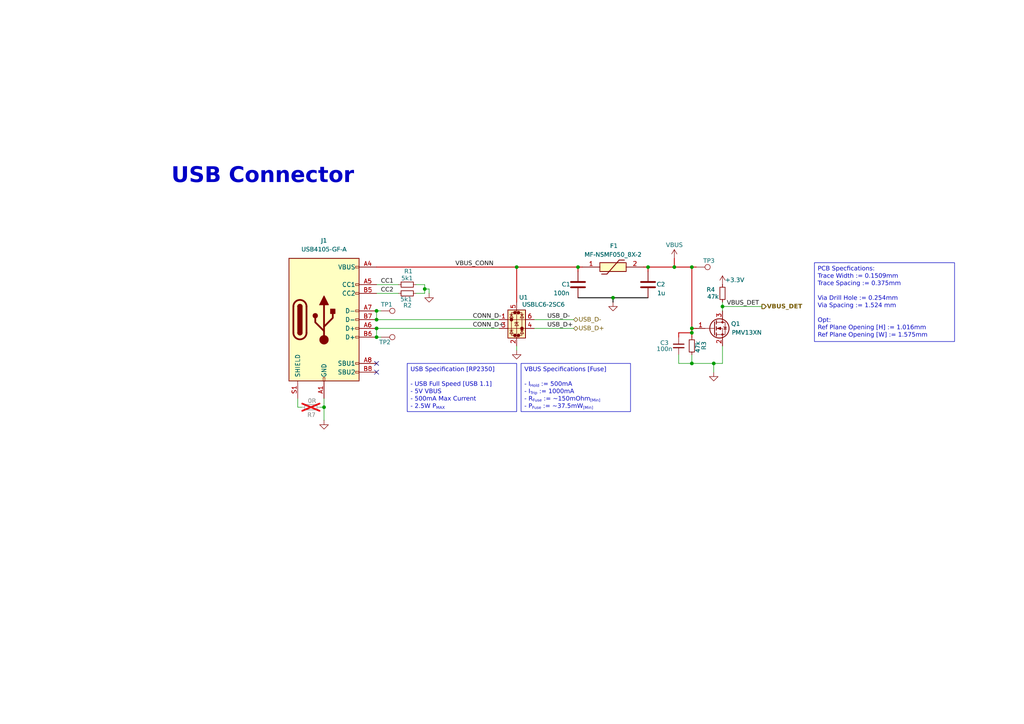
<source format=kicad_sch>
(kicad_sch (version 20231120) (generator "eeschema") (generator_version "8.0")
  (paper "A4")
  (lib_symbols
    (symbol "Connector:TestPoint" (pin_numbers hide) (pin_names (offset 0.762) hide)
      (property "Reference" "TP" (at 0 6.858 0))
      (property "Value" "TestPoint" (at 0 5.08 0))
      (symbol "TestPoint_0_1"
        (circle (center 0 3.302) (radius 0.762))
      )
      (symbol "TestPoint_1_1"
        (pin passive line (at 0 0 90) (length 2.54) (name "1") (number "1"))
      )
    )
    (symbol "Connector:USB_C_Receptacle_USB2.0_16P" (pin_names (offset 1.016))
      (property "Reference" "J" (at 0 22.225 0))
      (property "Value" "USB_C_Receptacle_USB2.0_16P" (at 0 19.685 0))
      (symbol "USB_C_Receptacle_USB2.0_16P_0_0"
        (rectangle (start -0.254 -17.78) (end 0.254 -16.764))
        (rectangle (start 10.16 -14.986) (end 9.144 -15.494))
        (rectangle (start 10.16 -12.446) (end 9.144 -12.954))
        (rectangle (start 10.16 -4.826) (end 9.144 -5.334))
        (rectangle (start 10.16 -2.286) (end 9.144 -2.794))
        (rectangle (start 10.16 0.254) (end 9.144 -0.254))
        (rectangle (start 10.16 2.794) (end 9.144 2.286))
        (rectangle (start 10.16 7.874) (end 9.144 7.366))
        (rectangle (start 10.16 10.414) (end 9.144 9.906))
        (rectangle (start 10.16 15.494) (end 9.144 14.986))
      )
      (symbol "USB_C_Receptacle_USB2.0_16P_0_1"
        (rectangle (start -10.16 17.78) (end 10.16 -17.78) (stroke (width 0.254)) (fill (type background)))
        (arc (start -8.89 -3.81) (mid -6.985 -5.7067) (end -5.08 -3.81) (stroke (width 0.508)))
        (arc (start -7.62 -3.81) (mid -6.985 -4.4423) (end -6.35 -3.81) (stroke (width 0.254)))
        (arc (start -7.62 -3.81) (mid -6.985 -4.4423) (end -6.35 -3.81) (stroke (width 0.254)) (fill (type outline)))
        (rectangle (start -7.62 -3.81) (end -6.35 3.81) (stroke (width 0.254)) (fill (type outline)))
        (arc (start -6.35 3.81) (mid -6.985 4.4423) (end -7.62 3.81) (stroke (width 0.254)))
        (arc (start -6.35 3.81) (mid -6.985 4.4423) (end -7.62 3.81) (stroke (width 0.254)) (fill (type outline)))
        (arc (start -5.08 3.81) (mid -6.985 5.7067) (end -8.89 3.81) (stroke (width 0.508)))
        (circle (center -2.54 1.143) (radius 0.635) (stroke (width 0.254)) (fill (type outline)))
        (circle (center 0 -5.842) (radius 1.27) (fill (type outline)))
        (polyline (pts (xy -8.89 -3.81) (xy -8.89 3.81)) (stroke (width 0.508)))
        (polyline (pts (xy -5.08 3.81) (xy -5.08 -3.81)) (stroke (width 0.508)))
        (polyline (pts (xy 0 -5.842) (xy 0 4.318)) (stroke (width 0.508)))
        (polyline (pts (xy 0 -3.302) (xy -2.54 -0.762) (xy -2.54 0.508)) (stroke (width 0.508)))
        (polyline (pts (xy 0 -2.032) (xy 2.54 0.508) (xy 2.54 1.778)) (stroke (width 0.508)))
        (polyline (pts (xy -1.27 4.318) (xy 0 6.858) (xy 1.27 4.318) (xy -1.27 4.318)) (stroke (width 0.254)) (fill (type outline)))
        (rectangle (start 1.905 1.778) (end 3.175 3.048) (stroke (width 0.254)) (fill (type outline)))
      )
      (symbol "USB_C_Receptacle_USB2.0_16P_1_1"
        (pin passive line (at 0 -22.86 90) (length 5.08) (name "GND") (number "A1"))
        (pin passive line (at 0 -22.86 90) (length 5.08) hide (name "GND") (number "A12"))
        (pin passive line (at 15.24 15.24 180) (length 5.08) (name "VBUS") (number "A4"))
        (pin bidirectional line (at 15.24 10.16 180) (length 5.08) (name "CC1") (number "A5"))
        (pin bidirectional line (at 15.24 -2.54 180) (length 5.08) (name "D+") (number "A6"))
        (pin bidirectional line (at 15.24 2.54 180) (length 5.08) (name "D-") (number "A7"))
        (pin bidirectional line (at 15.24 -12.7 180) (length 5.08) (name "SBU1") (number "A8"))
        (pin passive line (at 15.24 15.24 180) (length 5.08) hide (name "VBUS") (number "A9"))
        (pin passive line (at 0 -22.86 90) (length 5.08) hide (name "GND") (number "B1"))
        (pin passive line (at 0 -22.86 90) (length 5.08) hide (name "GND") (number "B12"))
        (pin passive line (at 15.24 15.24 180) (length 5.08) hide (name "VBUS") (number "B4"))
        (pin bidirectional line (at 15.24 7.62 180) (length 5.08) (name "CC2") (number "B5"))
        (pin bidirectional line (at 15.24 -5.08 180) (length 5.08) (name "D+") (number "B6"))
        (pin bidirectional line (at 15.24 0 180) (length 5.08) (name "D-") (number "B7"))
        (pin bidirectional line (at 15.24 -15.24 180) (length 5.08) (name "SBU2") (number "B8"))
        (pin passive line (at 15.24 15.24 180) (length 5.08) hide (name "VBUS") (number "B9"))
        (pin passive line (at -7.62 -22.86 90) (length 5.08) (name "SHIELD") (number "S1"))
      )
    )
    (symbol "Device:C" (pin_numbers hide) (pin_names (offset 0.254))
      (property "Reference" "C" (at 0.635 2.54 0))
      (property "Value" "C" (at 0.635 -2.54 0))
      (symbol "C_0_1"
        (polyline (pts (xy -2.032 -0.762) (xy 2.032 -0.762)) (stroke (width 0.508)))
        (polyline (pts (xy -2.032 0.762) (xy 2.032 0.762)) (stroke (width 0.508)))
      )
      (symbol "C_1_1"
        (pin passive line (at 0 3.81 270) (length 2.794) (name "~") (number "1"))
        (pin passive line (at 0 -3.81 90) (length 2.794) (name "~") (number "2"))
      )
    )
    (symbol "Device:C_Small" (pin_numbers hide) (pin_names (offset 0.254) hide)
      (property "Reference" "C" (at 0.254 1.778 0))
      (property "Value" "C_Small" (at 0.254 -2.032 0))
      (symbol "C_Small_0_1"
        (polyline (pts (xy -1.524 -0.508) (xy 1.524 -0.508)) (stroke (width 0.3302)))
        (polyline (pts (xy -1.524 0.508) (xy 1.524 0.508)) (stroke (width 0.3048)))
      )
      (symbol "C_Small_1_1"
        (pin passive line (at 0 2.54 270) (length 2.032) (name "~") (number "1"))
        (pin passive line (at 0 -2.54 90) (length 2.032) (name "~") (number "2"))
      )
    )
    (symbol "Device:R_Small" (pin_numbers hide) (pin_names (offset 0.254) hide)
      (property "Reference" "R" (at 0.762 0.508 0))
      (property "Value" "R_Small" (at 0.762 -1.016 0))
      (symbol "R_Small_0_1"
        (rectangle (start -0.762 1.778) (end 0.762 -1.778) (stroke (width 0.2032)))
      )
      (symbol "R_Small_1_1"
        (pin passive line (at 0 2.54 270) (length 0.762) (name "~") (number "1"))
        (pin passive line (at 0 -2.54 90) (length 0.762) (name "~") (number "2"))
      )
    )
    (symbol "MF-NSMF050_8X-2:MF-NSMF050_8X-2" (pin_names hide)
      (property "Reference" "F" (at 13.97 6.35 0))
      (property "Value" "MF-NSMF050_8X-2" (at 13.97 3.81 0))
      (symbol "MF-NSMF050_8X-2_1_1"
        (polyline (pts (xy 5.588 -2.032) (xy 7.112 -2.032)) (stroke (width 0.254)))
        (polyline (pts (xy 10.668 2.032) (xy 7.112 -2.032)) (stroke (width 0.254)))
        (polyline (pts (xy 10.668 2.032) (xy 12.192 2.032)) (stroke (width 0.254)))
        (rectangle (start 5.08 1.27) (end 12.7 -1.27) (stroke (width 0.254)) (fill (type background)))
        (pin passive line (at 0 0 0) (length 5.08) (name "1") (number "1"))
        (pin passive line (at 17.78 0 180) (length 5.08) (name "2") (number "2"))
      )
    )
    (symbol "Power_Protection:USBLC6-2SC6" (pin_names hide)
      (property "Reference" "U" (at 0.635 5.715 0))
      (property "Value" "USBLC6-2SC6" (at 0.635 3.81 0))
      (symbol "USBLC6-2SC6_0_0"
        (circle (center -1.524 0) (radius 0.0001) (stroke (width 0.508)))
        (circle (center -0.508 -4.572) (radius 0.0001) (stroke (width 0.508)))
        (circle (center -0.508 2.032) (radius 0.0001) (stroke (width 0.508)))
        (circle (center 0.508 -4.572) (radius 0.0001) (stroke (width 0.508)))
        (circle (center 0.508 2.032) (radius 0.0001) (stroke (width 0.508)))
        (circle (center 1.524 -2.54) (radius 0.0001) (stroke (width 0.508)))
      )
      (symbol "USBLC6-2SC6_0_1"
        (polyline (pts (xy -2.54 -2.54) (xy 2.54 -2.54)))
        (polyline (pts (xy -2.54 0) (xy 2.54 0)))
        (polyline (pts (xy -2.032 -3.048) (xy -1.016 -3.048)))
        (polyline (pts (xy -1.016 1.524) (xy -2.032 1.524)))
        (polyline (pts (xy 1.016 -3.048) (xy 2.032 -3.048)))
        (polyline (pts (xy 1.016 1.524) (xy 2.032 1.524)))
        (polyline (pts (xy -0.508 -1.143) (xy -0.508 -0.762) (xy 0.508 -0.762)))
        (polyline (pts (xy -2.032 0.508) (xy -1.016 0.508) (xy -1.524 1.524) (xy -2.032 0.508)))
        (polyline (pts (xy -1.016 -4.064) (xy -2.032 -4.064) (xy -1.524 -3.048) (xy -1.016 -4.064)))
        (polyline (pts (xy 0.508 -1.778) (xy -0.508 -1.778) (xy 0 -0.762) (xy 0.508 -1.778)))
        (polyline (pts (xy 2.032 -4.064) (xy 1.016 -4.064) (xy 1.524 -3.048) (xy 2.032 -4.064)))
        (polyline (pts (xy 2.032 0.508) (xy 1.016 0.508) (xy 1.524 1.524) (xy 2.032 0.508)))
        (polyline (pts (xy 0 2.54) (xy -0.508 2.032) (xy 0.508 2.032) (xy 0 1.524) (xy 0 -4.064) (xy -0.508 -4.572) (xy 0.508 -4.572) (xy 0 -5.08)))
      )
      (symbol "USBLC6-2SC6_1_1"
        (rectangle (start -2.54 2.794) (end 2.54 -5.334) (stroke (width 0.254)) (fill (type background)))
        (polyline (pts (xy -0.508 2.032) (xy -1.524 2.032) (xy -1.524 -4.572) (xy -0.508 -4.572)))
        (polyline (pts (xy 0.508 -4.572) (xy 1.524 -4.572) (xy 1.524 2.032) (xy 0.508 2.032)))
        (pin passive line (at -5.08 0 0) (length 2.54) (name "I/O1") (number "1"))
        (pin passive line (at 0 -7.62 90) (length 2.54) (name "GND") (number "2"))
        (pin passive line (at -5.08 -2.54 0) (length 2.54) (name "I/O2") (number "3"))
        (pin passive line (at 5.08 -2.54 180) (length 2.54) (name "I/O2") (number "4"))
        (pin passive line (at 0 5.08 270) (length 2.54) (name "VBUS") (number "5"))
        (pin passive line (at 5.08 0 180) (length 2.54) (name "I/O1") (number "6"))
      )
    )
    (symbol "Transistor_FET:VN10LF" (pin_names hide)
      (property "Reference" "Q" (at 5.08 1.905 0))
      (property "Value" "VN10LF" (at 5.08 0 0))
      (symbol "VN10LF_0_1"
        (polyline (pts (xy 0.254 0) (xy -2.54 0)))
        (polyline (pts (xy 0.254 1.905) (xy 0.254 -1.905)) (stroke (width 0.254)))
        (polyline (pts (xy 0.762 -1.27) (xy 0.762 -2.286)) (stroke (width 0.254)))
        (polyline (pts (xy 0.762 0.508) (xy 0.762 -0.508)) (stroke (width 0.254)))
        (polyline (pts (xy 0.762 2.286) (xy 0.762 1.27)) (stroke (width 0.254)))
        (polyline (pts (xy 2.54 2.54) (xy 2.54 1.778)))
        (polyline (pts (xy 2.54 -2.54) (xy 2.54 0) (xy 0.762 0)))
        (polyline (pts (xy 0.762 -1.778) (xy 3.302 -1.778) (xy 3.302 1.778) (xy 0.762 1.778)))
        (polyline (pts (xy 1.016 0) (xy 2.032 0.381) (xy 2.032 -0.381) (xy 1.016 0)) (fill (type outline)))
        (polyline (pts (xy 2.794 0.508) (xy 2.921 0.381) (xy 3.683 0.381) (xy 3.81 0.254)))
        (polyline (pts (xy 3.302 0.381) (xy 2.921 -0.254) (xy 3.683 -0.254) (xy 3.302 0.381)))
        (circle (center 1.651 0) (radius 2.794) (stroke (width 0.254)))
        (circle (center 2.54 -1.778) (radius 0.254) (fill (type outline)))
        (circle (center 2.54 1.778) (radius 0.254) (fill (type outline)))
      )
      (symbol "VN10LF_1_1"
        (pin input line (at -5.08 0 0) (length 2.54) (name "G") (number "1"))
        (pin passive line (at 2.54 -5.08 90) (length 2.54) (name "S") (number "2"))
        (pin passive line (at 2.54 5.08 270) (length 2.54) (name "D") (number "3"))
      )
    )
    (symbol "power:+3.3V" (power) (pin_numbers hide) (pin_names (offset 0) hide)
      (property "Value" "+3.3V" (at 0 3.556 0))
      (symbol "+3.3V_0_1"
        (polyline (pts (xy -0.762 1.27) (xy 0 2.54)))
        (polyline (pts (xy 0 0) (xy 0 2.54)))
        (polyline (pts (xy 0 2.54) (xy 0.762 1.27)))
      )
      (symbol "+3.3V_1_1"
        (pin power_in line (at 0 0 90) (length 0) (name "~") (number "1"))
      )
    )
    (symbol "power:GND" (power) (pin_numbers hide) (pin_names (offset 0) hide)
      (property "Value" "GND" (at 0 -3.81 0))
      (symbol "GND_0_1"
        (polyline (pts (xy 0 0) (xy 0 -1.27) (xy 1.27 -1.27) (xy 0 -2.54) (xy -1.27 -1.27) (xy 0 -1.27)))
      )
      (symbol "GND_1_1"
        (pin power_in line (at 0 0 270) (length 0) (name "~") (number "1"))
      )
    )
    (symbol "power:VBUS" (power) (pin_numbers hide) (pin_names (offset 0) hide)
      (property "Value" "VBUS" (at 0 3.556 0))
      (symbol "VBUS_0_1"
        (polyline (pts (xy -0.762 1.27) (xy 0 2.54)))
        (polyline (pts (xy 0 0) (xy 0 2.54)))
        (polyline (pts (xy 0 2.54) (xy 0.762 1.27)))
      )
      (symbol "VBUS_1_1"
        (pin power_in line (at 0 0 90) (length 0) (name "~") (number "1"))
      )
    )
  )
  (junction (at 200.66 77.47))
  (junction (at 167.64 77.47))
  (junction (at 93.98 118.11))
  (junction (at 209.55 88.9))
  (junction (at 109.22 90.17))
  (junction (at 187.96 77.47))
  (junction (at 200.66 105.41))
  (junction (at 149.86 77.47))
  (junction (at 207.01 105.41))
  (junction (at 200.66 95.25))
  (junction (at 109.22 92.71))
  (junction (at 109.22 97.79))
  (junction (at 177.8 86.36))
  (junction (at 123.19 83.82))
  (junction (at 109.22 95.25))
  (junction (at 195.58 77.47))
  (junction (at 200.66 96.52))
  (no_connect (at 109.22 105.41))
  (no_connect (at 109.22 107.95))
  (wire (pts (xy 200.66 77.47) (xy 201.93 77.47)) (stroke (width 0.254) (color 194 0 0 1)))
  (wire (pts (xy 154.94 92.71) (xy 166.37 92.71)))
  (wire (pts (xy 109.22 82.55) (xy 115.57 82.55)))
  (wire (pts (xy 123.19 85.09) (xy 123.19 83.82)))
  (wire (pts (xy 187.96 77.47) (xy 195.58 77.47)) (stroke (width 0.254) (color 194 0 0 1)))
  (wire (pts (xy 200.66 96.52) (xy 200.66 97.79)) (stroke (width 0.254) (color 194 0 0 1)))
  (wire (pts (xy 86.36 115.57) (xy 86.36 118.11)))
  (wire (pts (xy 209.55 88.9) (xy 220.98 88.9)))
  (wire (pts (xy 93.98 118.11) (xy 93.98 121.92)))
  (wire (pts (xy 154.94 95.25) (xy 166.37 95.25)))
  (wire (pts (xy 123.19 82.55) (xy 123.19 83.82)))
  (wire (pts (xy 93.98 115.57) (xy 93.98 118.11)))
  (wire (pts (xy 124.46 83.82) (xy 123.19 83.82)))
  (wire (pts (xy 200.66 95.25) (xy 200.66 96.52)) (stroke (width 0.254) (color 194 0 0 1)))
  (wire (pts (xy 110.49 90.17) (xy 109.22 90.17)))
  (wire (pts (xy 196.85 96.52) (xy 196.85 97.79)) (stroke (width 0.254) (color 194 0 0 1)))
  (wire (pts (xy 149.86 77.47) (xy 167.64 77.47)) (stroke (width 0.254) (color 194 0 0 1)))
  (wire (pts (xy 167.64 77.47) (xy 167.64 78.74)) (stroke (width 0.254) (color 194 0 0 1)))
  (wire (pts (xy 120.65 85.09) (xy 123.19 85.09)))
  (wire (pts (xy 209.55 105.41) (xy 209.55 100.33)))
  (wire (pts (xy 120.65 82.55) (xy 123.19 82.55)))
  (wire (pts (xy 200.66 102.87) (xy 200.66 105.41)))
  (wire (pts (xy 195.58 74.93) (xy 195.58 77.47)) (stroke (width 0.254) (color 194 0 0 1)))
  (wire (pts (xy 207.01 105.41) (xy 207.01 107.95)))
  (wire (pts (xy 200.66 105.41) (xy 207.01 105.41)))
  (wire (pts (xy 200.66 96.52) (xy 196.85 96.52)) (stroke (width 0.254) (color 194 0 0 1)))
  (wire (pts (xy 195.58 77.47) (xy 200.66 77.47)) (stroke (width 0.254) (color 194 0 0 1)))
  (wire (pts (xy 196.85 102.87) (xy 196.85 105.41)))
  (wire (pts (xy 167.64 77.47) (xy 168.91 77.47)) (stroke (width 0.254) (color 194 0 0 1)))
  (wire (pts (xy 177.8 86.36) (xy 167.64 86.36)) (stroke (width 0.254) (color 0 0 0 1)))
  (wire (pts (xy 149.86 77.47) (xy 149.86 87.63)) (stroke (width 0.254) (color 194 0 0 1)))
  (wire (pts (xy 149.86 100.33) (xy 149.86 101.6)))
  (wire (pts (xy 207.01 105.41) (xy 209.55 105.41)))
  (wire (pts (xy 109.22 92.71) (xy 144.78 92.71)))
  (wire (pts (xy 200.66 95.25) (xy 201.93 95.25)) (stroke (width 0.254) (color 194 0 0 1)))
  (wire (pts (xy 187.96 86.36) (xy 177.8 86.36)) (stroke (width 0.254) (color 0 0 0 1)))
  (wire (pts (xy 124.46 85.09) (xy 124.46 83.82)))
  (wire (pts (xy 109.22 77.47) (xy 149.86 77.47)) (stroke (width 0.254) (color 194 0 0 1)))
  (wire (pts (xy 196.85 105.41) (xy 200.66 105.41)))
  (wire (pts (xy 92.71 118.11) (xy 93.98 118.11)))
  (wire (pts (xy 109.22 95.25) (xy 109.22 97.79)))
  (wire (pts (xy 109.22 85.09) (xy 115.57 85.09)))
  (wire (pts (xy 110.49 97.79) (xy 109.22 97.79)))
  (wire (pts (xy 86.36 118.11) (xy 87.63 118.11)))
  (wire (pts (xy 187.96 77.47) (xy 187.96 78.74)) (stroke (width 0.254) (color 194 0 0 1)))
  (wire (pts (xy 209.55 88.9) (xy 209.55 90.17)))
  (wire (pts (xy 200.66 77.47) (xy 200.66 95.25)) (stroke (width 0.254) (color 194 0 0 1)))
  (wire (pts (xy 109.22 95.25) (xy 144.78 95.25)))
  (wire (pts (xy 177.8 86.36) (xy 177.8 87.63)) (stroke (width 0.254) (color 0 0 0 1)))
  (wire (pts (xy 186.69 77.47) (xy 187.96 77.47)) (stroke (width 0.254) (color 194 0 0 1)))
  (wire (pts (xy 209.55 87.63) (xy 209.55 88.9)))
  (wire (pts (xy 109.22 90.17) (xy 109.22 92.71)))
  (text_box "VBUS Specifications [Fuse]\n\n- I_{Hold} := 500mA\n- I_{Trip} := 1000mA\n- R_{Fuse} := ~150mOhm_{[Min]}\n- P_{Fuse} := ~37.5mW_{[Min]}" (at 151.13 105.41 0) (size 31.75 13.97) (effects (font (size 1.27 1.27)) (justify left top)))
  (text_box "PCB Specfications:\nTrace Width := 0.1509mm\nTrace Spacing := 0.375mm\n\nVia Drill Hole := 0.254mm\nVia Spacing := 1.524 mm\n\nOpt:\nRef Plane Opening [H] := 1.016mm\nRef Plane Opening [W] := 1.575mm" (at 236.22 76.2 0) (size 40.64 22.86) (effects (font (size 1.27 1.27)) (justify left top)))
  (text_box "USB Specification [RP2350]\n\n- USB Full Speed [USB 1.1]\n- 5V VBUS\n- 500mA Max Current\n- 2.5W P_{MAX}" (at 118.11 105.41 0) (size 31.75 13.97) (effects (font (size 1.27 1.27)) (justify left top)))
  (text "USB Connector" (at 76.2 52.324 0) (effects (font (size 4.5 4.5) (bold yes))))
  (label "CC1" (at 110.49 82.55 0))
  (label "USB_D-" (at 158.75 92.71 0))
  (label "CC2" (at 110.49 85.09 0))
  (label "VBUS_CONN" (at 132.08 77.47 0))
  (label "VBUS_DET" (at 210.82 88.9 0))
  (label "USB_D+" (at 158.75 95.25 0))
  (label "CONN_D+" (at 137.16 95.25 0))
  (label "CONN_D-" (at 137.16 92.71 0))
  (hierarchical_label "USB_D+" (shape bidirectional) (at 166.37 95.25 0))
  (hierarchical_label "VBUS_DET" (shape output) (at 220.98 88.9 0) (effects (font (bold yes))))
  (hierarchical_label "USB_D-" (shape bidirectional) (at 166.37 92.71 0))
  (symbol (lib_id "power:VBUS") (at 195.58 74.93 0) (unit 1)
    (property "Reference" "#PWR05" (effects (hide yes)))
    (property "Value" "VBUS" (at 195.58 71.12 0))
    (property "Description" "Power symbol creates a global label with name \"VBUS\"" (effects (hide yes)))
  )
  (symbol (lib_id "Connector:TestPoint") (at 201.93 77.47 270) (unit 1)
    (property "Reference" "TP3" (at 203.962 75.692 90) (effects (justify left)))
    (property "Value" "TestPoint" (effects (hide yes)))
    (property "Footprint" "TestPoint:TestPoint_Pad_D1.0mm" (effects (hide yes)))
    (property "Description" "test point" (effects (hide yes)))
  )
  (symbol (lib_id "Connector:TestPoint") (at 110.49 97.79 270) (unit 1)
    (property "Reference" "TP2" (at 109.982 99.314 90) (effects (justify left)))
    (property "Value" "TestPoint" (effects (hide yes)))
    (property "Footprint" "TestPoint:TestPoint_Pad_D1.0mm" (effects (hide yes)))
    (property "Description" "test point" (effects (hide yes)))
  )
  (symbol (lib_id "Connector:USB_C_Receptacle_USB2.0_16P") (at 93.98 92.71 0) (unit 1)
    (property "Reference" "J1" (at 93.98 69.85 0))
    (property "Value" "USB4105-GF-A" (at 93.98 72.39 0))
    (property "Footprint" "Connector_USB:USB_C_Receptacle_HCTL_HC-TYPE-C-16P-01A" (effects (hide yes)))
    (property "Datasheet" "https://www.usb.org/sites/default/files/documents/usb_type-c.zip" (effects (hide yes)))
    (property "Description" "USB 2.0-only 16P Type-C Receptacle connector" (effects (hide yes)))
  )
  (symbol (lib_id "power:GND") (at 149.86 101.6 0) (unit 1)
    (property "Reference" "#PWR03" (effects (hide yes)))
    (property "Value" "GND" (effects (hide yes)))
    (property "Description" "Power symbol creates a global label with name \"GND\" , ground" (effects (hide yes)))
  )
  (symbol (lib_id "Transistor_FET:VN10LF") (at 207.01 95.25 0) (unit 1)
    (property "Reference" "Q1" (at 212.09 93.98 0) (effects (justify left)))
    (property "Value" "PMV13XN" (at 212.09 96.52 0) (effects (justify left)))
    (property "Footprint" "Package_TO_SOT_SMD:SOT-23" (effects (hide yes)))
    (property "Datasheet" "https://assets.nexperia.com/documents/data-sheet/PMV13XN.pdf" (effects (hide yes)))
    (property "Description" "30 V, N-channel Trench MOSFET" (effects (hide yes)))
  )
  (symbol (lib_id "Device:C_Small") (at 196.85 100.33 0) (mirror y) (unit 1)
    (property "Reference" "C3" (at 192.7225 99.5045 0))
    (property "Value" "100n" (at 192.7225 101.2825 0))
    (property "Footprint" "Capacitor_SMD:C_0402_1005Metric_Pad0.74x0.62mm_HandSolder" (effects (hide yes)))
    (property "Description" "Unpolarized capacitor, small symbol" (effects (hide yes)))
  )
  (symbol (lib_id "Connector:TestPoint") (at 110.49 90.17 270) (unit 1)
    (property "Reference" "TP1" (at 110.49 88.392 90) (effects (justify left)))
    (property "Value" "TestPoint" (effects (hide yes)))
    (property "Footprint" "TestPoint:TestPoint_Pad_D1.0mm" (effects (hide yes)))
    (property "Description" "test point" (effects (hide yes)))
  )
  (symbol (lib_id "MF-NSMF050_8X-2:MF-NSMF050_8X-2") (at 168.91 77.47 0) (unit 1)
    (property "Reference" "F1" (at 178.054 71.374 0))
    (property "Value" "MF-NSMF050_8X-2" (at 177.8 73.914 0))
    (property "Footprint" "picostroke:MFNSMF0508X2" (effects (hide yes)))
    (property "Datasheet" "https://www.bourns.com/docs/product-datasheets/mf-nsmf.pdf" (effects (hide yes)))
    (property "Description" "Polymeric PTC Resettable Fuse 15V 500 mA Ih Surface Mount 1812 (4532 Metric), Concave" (effects (hide yes)))
    (property "Height" "0.85" (effects (hide yes)))
    (property "Manufacturer_Name" "Bourns" (effects (hide yes)))
    (property "Manufacturer_Part_Number" "MF-NSMF050/8X-2" (effects (hide yes)))
    (property "Mouser Part Number" "652-MF-NSMF050/8X-2" (effects (hide yes)))
    (property "Mouser Price/Stock" "https://www.mouser.co.uk/ProductDetail/Bourns/MF-NSMF050-8X-2?qs=Z%252BL2brAPG1L21dcJeaiVag%3D%3D" (effects (hide yes)))
  )
  (symbol (lib_id "power:GND") (at 93.98 121.92 0) (unit 1)
    (property "Reference" "#PWR01" (effects (hide yes)))
    (property "Value" "GND" (effects (hide yes)))
    (property "Description" "Power symbol creates a global label with name \"GND\" , ground" (effects (hide yes)))
  )
  (symbol (lib_id "Device:R_Small") (at 118.11 82.55 270) (unit 1)
    (property "Reference" "R1" (at 119.634 78.74 90) (effects (justify right)))
    (property "Value" "5k1" (at 119.888 80.772 90) (effects (justify right)))
    (property "Footprint" "Resistor_SMD:R_0603_1608Metric_Pad0.98x0.95mm_HandSolder" (effects (hide yes)))
    (property "Description" "Resistor, small symbol" (effects (hide yes)))
  )
  (symbol (lib_id "power:+3.3V") (at 209.55 82.55 0) (mirror y) (unit 1)
    (property "Reference" "#PWR07" (effects (hide yes)))
    (property "Value" "+3.3V" (at 213.106 81.28 0))
    (property "Description" "Power symbol creates a global label with name \"+3.3V\"" (effects (hide yes)))
  )
  (symbol (lib_id "Device:R_Small") (at 200.66 100.33 0) (mirror y) (unit 1)
    (property "Reference" "R3" (at 204.216 99.06 90) (effects (justify right)))
    (property "Value" "47k" (at 202.438 98.806 90) (effects (justify right)))
    (property "Footprint" "Resistor_SMD:R_0603_1608Metric_Pad0.98x0.95mm_HandSolder" (effects (hide yes)))
    (property "Description" "Resistor, small symbol" (effects (hide yes)))
  )
  (symbol (lib_id "Device:R_Small") (at 118.11 85.09 270) (mirror x) (unit 1)
    (property "Reference" "R2" (at 119.38 88.646 90) (effects (justify right)))
    (property "Value" "5k1" (at 119.634 86.868 90) (effects (justify right)))
    (property "Footprint" "Resistor_SMD:R_0603_1608Metric_Pad0.98x0.95mm_HandSolder" (effects (hide yes)))
    (property "Description" "Resistor, small symbol" (effects (hide yes)))
  )
  (symbol (lib_id "Device:R_Small") (at 90.17 118.11 90) (unit 1) (dnp yes)
    (property "Reference" "R7" (at 89.154 120.396 90) (effects (justify right)))
    (property "Value" "0R" (at 89.154 116.332 90) (effects (justify right)))
    (property "Footprint" "Resistor_SMD:R_0402_1005Metric_Pad0.72x0.64mm_HandSolder" (effects (hide yes)))
    (property "Description" "Resistor, small symbol" (effects (hide yes)))
  )
  (symbol (lib_id "power:GND") (at 124.46 85.09 0) (unit 1)
    (property "Reference" "#PWR02" (effects (hide yes)))
    (property "Value" "GND" (effects (hide yes)))
    (property "Description" "Power symbol creates a global label with name \"GND\" , ground" (effects (hide yes)))
  )
  (symbol (lib_id "Device:C") (at 187.96 82.55 0) (unit 1)
    (property "Reference" "C2" (at 190.5 82.55 0) (effects (justify left)))
    (property "Value" "1u" (at 190.5 85.09 0) (effects (justify left)))
    (property "Footprint" "Capacitor_SMD:C_0402_1005Metric_Pad0.74x0.62mm_HandSolder" (effects (hide yes)))
    (property "Datasheet" "https://www.mouser.co.uk/datasheet/2/447/upy_gphc_x5r_4v_to_50v-3461255.pdf" (effects (hide yes)))
    (property "Description" "CC0402KRX5R6BB105" (effects (hide yes)))
  )
  (symbol (lib_id "Device:R_Small") (at 209.55 85.09 0) (mirror y) (unit 1)
    (property "Reference" "R4" (at 204.978 84.074 0) (effects (justify right)))
    (property "Value" "47k" (at 204.978 86.106 0) (effects (justify right)))
    (property "Footprint" "Resistor_SMD:R_0603_1608Metric_Pad0.98x0.95mm_HandSolder" (effects (hide yes)))
    (property "Description" "Resistor, small symbol" (effects (hide yes)))
  )
  (symbol (lib_id "power:GND") (at 177.8 87.63 0) (unit 1)
    (property "Reference" "#PWR04" (effects (hide yes)))
    (property "Value" "GND" (effects (hide yes)))
    (property "Description" "Power symbol creates a global label with name \"GND\" , ground" (effects (hide yes)))
  )
  (symbol (lib_id "Power_Protection:USBLC6-2SC6") (at 149.86 92.71 0) (unit 1)
    (property "Reference" "U1" (at 150.622 86.36 0) (effects (justify left)))
    (property "Value" "USBLC6-2SC6" (at 150.622 88.392 0) (effects (justify left)))
    (property "Footprint" "Package_TO_SOT_SMD:SOT-23-6" (effects (hide yes)))
    (property "Datasheet" "https://www.st.com/resource/en/datasheet/usblc6-2.pdf" (effects (hide yes)))
    (property "Description" "Very low capacitance ESD protection diode, 2 data-line, SOT-23-6" (effects (hide yes)))
  )
  (symbol (lib_id "Device:C") (at 167.64 82.55 0) (mirror y) (unit 1)
    (property "Reference" "C1" (at 165.354 82.55 0) (effects (justify left)))
    (property "Value" "100n" (at 165.354 85.09 0) (effects (justify left)))
    (property "Footprint" "Capacitor_SMD:C_0402_1005Metric_Pad0.74x0.62mm_HandSolder" (effects (hide yes)))
    (property "Datasheet" "https://www.mouser.co.uk/datasheet/2/396/MM_mlcc_all_e-3370058.pdf" (effects (hide yes)))
    (property "Description" "MMASL105SB7104MFNA18" (effects (hide yes)))
  )
  (symbol (lib_id "power:GND") (at 207.01 107.95 0) (unit 1)
    (property "Reference" "#PWR06" (effects (hide yes)))
    (property "Value" "GND" (effects (hide yes)))
    (property "Description" "Power symbol creates a global label with name \"GND\" , ground" (effects (hide yes)))
  )
)
</source>
